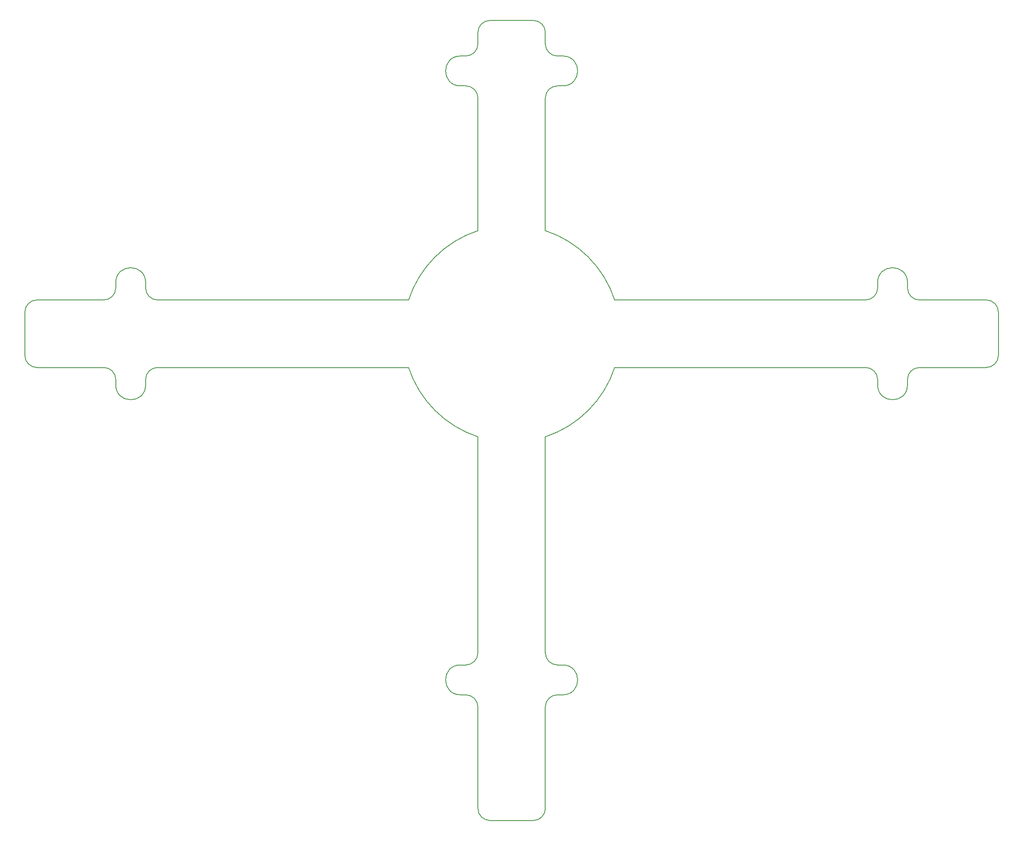
<source format=gbr>
%TF.GenerationSoftware,KiCad,Pcbnew,7.0.6*%
%TF.CreationDate,2023-12-18T00:12:50+09:00*%
%TF.ProjectId,LineSensor_20230418,4c696e65-5365-46e7-936f-725f32303233,rev?*%
%TF.SameCoordinates,Original*%
%TF.FileFunction,Profile,NP*%
%FSLAX46Y46*%
G04 Gerber Fmt 4.6, Leading zero omitted, Abs format (unit mm)*
G04 Created by KiCad (PCBNEW 7.0.6) date 2023-12-18 00:12:50*
%MOMM*%
%LPD*%
G01*
G04 APERTURE LIST*
%TA.AperFunction,Profile*%
%ADD10C,0.200000*%
%TD*%
G04 APERTURE END LIST*
D10*
X159500000Y-91623546D02*
X160600000Y-91623546D01*
X140500000Y-217972400D02*
G75*
G03*
X143000000Y-215472380I0J2500000D01*
G01*
X143000000Y-127864095D02*
X143000000Y-100323546D01*
X51499998Y-142247500D02*
X65363395Y-142247500D01*
X232136605Y-138647500D02*
G75*
G03*
X225936605Y-138647500I-3100000J0D01*
G01*
X157000001Y-86747499D02*
G75*
G03*
X154500000Y-84247499I-2500001J-1D01*
G01*
X139400000Y-91623554D02*
G75*
G03*
X139400000Y-97823546I0J-3099996D01*
G01*
X74063395Y-138647500D02*
G75*
G03*
X67863395Y-138647500I-3100000J0D01*
G01*
X223436605Y-156247500D02*
X218724880Y-156247500D01*
X128616595Y-156247500D02*
X76563395Y-156247500D01*
X143000020Y-226672380D02*
G75*
G03*
X140500000Y-224172380I-2500020J-20D01*
G01*
X139400000Y-217972420D02*
G75*
G03*
X139400000Y-224172380I0J-3099980D01*
G01*
X67863395Y-139747500D02*
X67863395Y-138647500D01*
X171383405Y-142247500D02*
X223436605Y-142247500D01*
X65363395Y-142247495D02*
G75*
G03*
X67863395Y-139747500I5J2499995D01*
G01*
X223436605Y-142247505D02*
G75*
G03*
X225936605Y-139747500I-5J2500005D01*
G01*
X74063395Y-158747500D02*
X74063395Y-159847500D01*
X248500002Y-156247500D02*
X234636605Y-156247500D01*
X232136605Y-138647500D02*
X232136605Y-139747500D01*
X232136600Y-139747500D02*
G75*
G03*
X234636605Y-142247500I2500000J0D01*
G01*
X234636605Y-142247500D02*
X248500002Y-142247500D01*
X140500000Y-97823546D02*
X139400000Y-97823546D01*
X160600000Y-97823554D02*
G75*
G03*
X160600000Y-91623546I0J3100004D01*
G01*
X157000000Y-100323546D02*
X157000000Y-127864095D01*
X154500000Y-250247500D02*
G75*
G03*
X157000000Y-247747502I0J2500000D01*
G01*
X160600000Y-224172380D02*
X159500000Y-224172380D01*
X159500000Y-217972380D02*
X160600000Y-217972380D01*
X143000000Y-127864095D02*
G75*
G03*
X128616595Y-142247500I7000000J-21383405D01*
G01*
X143000000Y-89123546D02*
X143000000Y-86747499D01*
X234636605Y-156247505D02*
G75*
G03*
X232136605Y-158747500I-5J-2499995D01*
G01*
X48999998Y-153747500D02*
X48999998Y-144747500D01*
X225936605Y-159847500D02*
X225936605Y-158747500D01*
X142999954Y-100323546D02*
G75*
G03*
X140500000Y-97823546I-2499954J46D01*
G01*
X142999998Y-247747502D02*
G75*
G03*
X145500000Y-250247502I2500002J2D01*
G01*
X139400000Y-91623546D02*
X140500000Y-91623546D01*
X143000000Y-215472380D02*
X143000000Y-170630905D01*
X225936605Y-139747500D02*
X225936605Y-138647500D01*
X225936600Y-158747500D02*
G75*
G03*
X223436605Y-156247500I-2500000J0D01*
G01*
X157000000Y-226672380D02*
X157000000Y-247747502D01*
X248500002Y-156247502D02*
G75*
G03*
X251000002Y-153747500I-2J2500002D01*
G01*
X67863395Y-159847500D02*
G75*
G03*
X74063395Y-159847500I3100000J0D01*
G01*
X74063395Y-138647500D02*
X74063395Y-139747500D01*
X67863400Y-158747500D02*
G75*
G03*
X65363395Y-156247500I-2500000J0D01*
G01*
X251000000Y-144747500D02*
G75*
G03*
X248500002Y-142247500I-2500000J0D01*
G01*
X157000000Y-86747499D02*
X157000000Y-89123550D01*
X128616595Y-156247500D02*
G75*
G03*
X143000000Y-170630905I21383405J7000000D01*
G01*
X160600000Y-224172420D02*
G75*
G03*
X160600000Y-217972380I0J3100020D01*
G01*
X74063400Y-139747500D02*
G75*
G03*
X76563395Y-142247500I2500000J0D01*
G01*
X76563395Y-156247495D02*
G75*
G03*
X74063395Y-158747500I5J-2500005D01*
G01*
X140500000Y-224172380D02*
X139400000Y-224172380D01*
X140500000Y-91623500D02*
G75*
G03*
X143000000Y-89123546I0J2500000D01*
G01*
X160600000Y-97823546D02*
X159500000Y-97823546D01*
X159500000Y-97823500D02*
G75*
G03*
X157000000Y-100323546I0J-2500000D01*
G01*
X171383405Y-142247500D02*
G75*
G03*
X157000000Y-127864095I-21383405J-7000000D01*
G01*
X65363395Y-156247500D02*
X51499998Y-156247500D01*
X49000000Y-153747500D02*
G75*
G03*
X51499998Y-156247500I2500000J0D01*
G01*
X232136605Y-158747500D02*
X232136605Y-159847500D01*
X156999950Y-89123550D02*
G75*
G03*
X159500000Y-91623550I2500050J50D01*
G01*
X251000002Y-144747500D02*
X251000002Y-153747500D01*
X139400000Y-217972380D02*
X140500000Y-217972380D01*
X76563395Y-142247500D02*
X128616595Y-142247500D01*
X154500000Y-250247502D02*
X145500000Y-250247502D01*
X218724880Y-156247500D02*
X171383405Y-156247500D01*
X159500000Y-224172400D02*
G75*
G03*
X157000000Y-226672380I0J-2500000D01*
G01*
X51499998Y-142247498D02*
G75*
G03*
X48999998Y-144747500I2J-2500002D01*
G01*
X145500000Y-84247500D02*
G75*
G03*
X143000000Y-86747499I0J-2500000D01*
G01*
X157000000Y-170630905D02*
G75*
G03*
X171383405Y-156247500I-7000000J21383405D01*
G01*
X67863395Y-159847500D02*
X67863395Y-158747500D01*
X143000000Y-247747502D02*
X143000000Y-226672380D01*
X225936605Y-159847500D02*
G75*
G03*
X232136605Y-159847500I3100000J0D01*
G01*
X145500000Y-84247499D02*
X154500000Y-84247499D01*
X157000000Y-170630905D02*
X157000000Y-215472380D01*
X157000020Y-215472380D02*
G75*
G03*
X159500000Y-217972380I2499980J-20D01*
G01*
M02*

</source>
